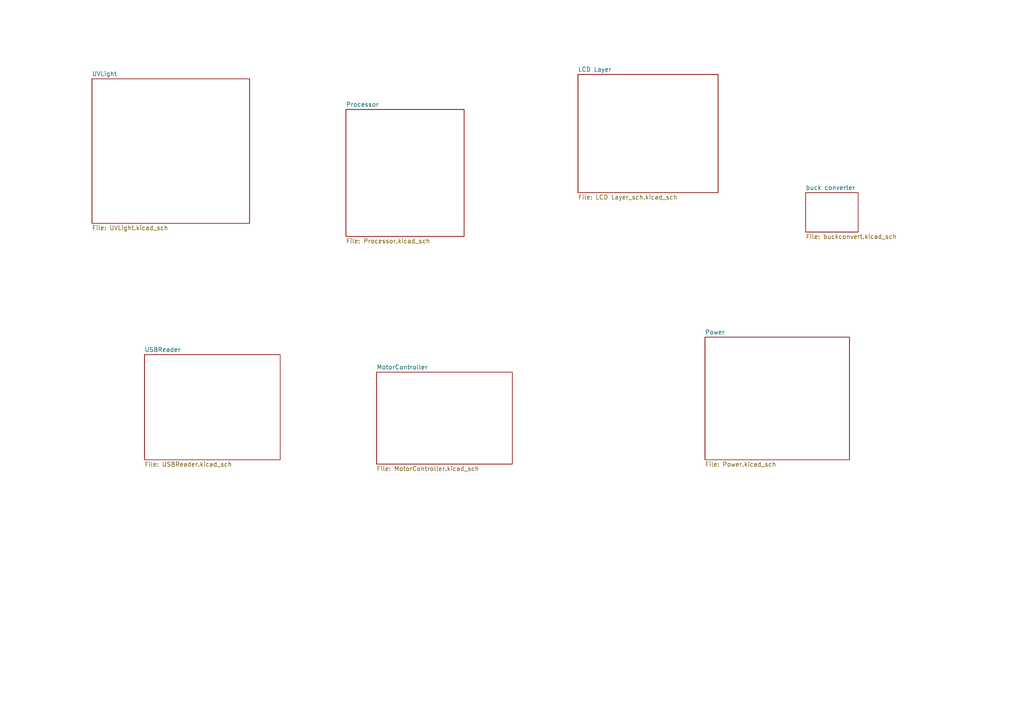
<source format=kicad_sch>
(kicad_sch (version 20230121) (generator eeschema)
  (paper "A4")
  (lib_symbols)
  (sheet (at 233.68 55.88) (size 15.24 11.43) (stroke (width 0.1524))
    (property "Sheetname" "buck converter" (at 233.68 55.1684 0) (effects (justify left bottom)))
    (property "Sheetfile" "buckconvert.kicad_sch" (at 233.68 67.8946 0) (effects (justify left top)))
  )
  (sheet (at 204.47 97.79) (size 41.91 35.56) (stroke (width 0.1524))
    (property "Sheetname" "Power" (at 204.47 97.0784 0) (effects (justify left bottom)))
    (property "Sheetfile" "Power.kicad_sch" (at 204.47 133.9346 0) (effects (justify left top)))
  )
  (sheet (at 167.64 21.59) (size 40.64 34.29) (stroke (width 0.1524))
    (property "Sheetname" "LCD Layer" (at 167.64 20.8784 0) (effects (justify left bottom)))
    (property "Sheetfile" "LCD Layer_sch.kicad_sch" (at 167.64 56.4646 0) (effects (justify left top)))
  )
  (sheet (at 100.33 31.75) (size 34.29 36.83) (stroke (width 0.1524))
    (property "Sheetname" "Processor" (at 100.33 31.0384 0) (effects (justify left bottom)))
    (property "Sheetfile" "Processor.kicad_sch" (at 100.33 69.1646 0) (effects (justify left top)))
  )
  (sheet (at 109.22 107.95) (size 39.37 26.67) (stroke (width 0.1524))
    (property "Sheetname" "MotorController" (at 109.22 107.2384 0) (effects (justify left bottom)))
    (property "Sheetfile" "MotorController.kicad_sch" (at 109.22 135.2046 0) (effects (justify left top)))
  )
  (sheet (at 41.91 102.87) (size 39.37 30.48) (stroke (width 0.1524))
    (property "Sheetname" "USBReader" (at 41.91 102.1584 0) (effects (justify left bottom)))
    (property "Sheetfile" "USBReader.kicad_sch" (at 41.91 133.9346 0) (effects (justify left top)))
  )
  (sheet (at 26.67 22.86) (size 45.72 41.91) (stroke (width 0.1524))
    (property "Sheetname" "UVLight" (at 26.67 22.1484 0) (effects (justify left bottom)))
    (property "Sheetfile" "UVLight.kicad_sch" (at 26.67 65.3546 0) (effects (justify left top)))
  )
)
</source>
